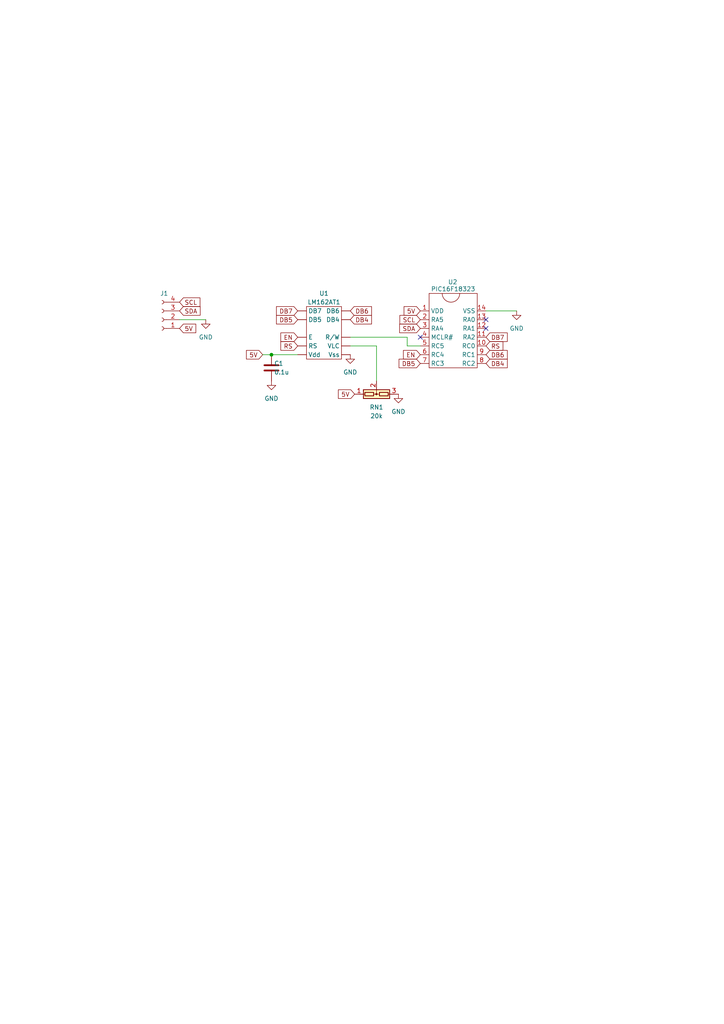
<source format=kicad_sch>
(kicad_sch (version 20231120) (generator "eeschema") (generator_version "8.0")
  (paper "A4" portrait)
  (lib_symbols
    (symbol "0Ore:LM162AT1"
      (property "Reference" "U" (at 0 0 0))
      (symbol "LM162AT1_0_1"
        (rectangle (start 5.08 16.51) (end -5.08 1.27))
      )
      (symbol "LM162AT1_1_1"
        (pin input line (at 7.62 12.7 180) (length 2.54) (name "DB4") (number ""))
        (pin input line (at -7.62 12.7 0) (length 2.54) (name "DB5") (number ""))
        (pin input line (at 7.62 15.24 180) (length 2.54) (name "DB6") (number ""))
        (pin input line (at -7.62 15.24 0) (length 2.54) (name "DB7") (number ""))
        (pin input line (at -7.62 7.62 0) (length 2.54) (name "E") (number ""))
        (pin input line (at 7.62 7.62 180) (length 2.54) (name "R/W") (number ""))
        (pin input line (at -7.62 5.08 0) (length 2.54) (name "RS") (number ""))
        (pin input line (at 7.62 5.08 180) (length 2.54) (name "VLC") (number ""))
        (pin input line (at -7.62 2.54 0) (length 2.54) (name "Vdd") (number ""))
        (pin input line (at 7.62 2.54 180) (length 2.54) (name "Vss") (number ""))
      )
    )
    (symbol "0Ore:PIC16F18323"
      (property "Reference" "U" (at 0 0 0))
      (symbol "PIC16F18323_0_1"
        (rectangle (start -7.62 22.86) (end 6.35 1.27))
        (arc (start -3.81 22.86) (mid -3.0661 21.0639) (end -1.27 20.32))
        (arc (start -1.27 20.32) (mid 0.5261 21.0639) (end 1.27 22.86))
      )
      (symbol "PIC16F18323_1_1"
        (pin output line (at -10.16 17.78 0) (length 2.54) (name "VDD") (number "1"))
        (pin bidirectional line (at 8.89 7.62 180) (length 2.54) (name "RC0") (number "10"))
        (pin output line (at 8.89 10.16 180) (length 2.54) (name "RA2") (number "11"))
        (pin bidirectional line (at 8.89 12.7 180) (length 2.54) (name "RA1") (number "12"))
        (pin bidirectional line (at 8.89 15.24 180) (length 2.54) (name "RA0") (number "13"))
        (pin output line (at 8.89 17.78 180) (length 2.54) (name "VSS") (number "14"))
        (pin bidirectional line (at -10.16 15.24 0) (length 2.54) (name "RA5") (number "2"))
        (pin bidirectional line (at -10.16 12.7 0) (length 2.54) (name "RA4") (number "3"))
        (pin input line (at -10.16 10.16 0) (length 2.54) (name "MCLR#") (number "4"))
        (pin bidirectional line (at -10.16 7.62 0) (length 2.54) (name "RC5") (number "5"))
        (pin bidirectional line (at -10.16 5.08 0) (length 2.54) (name "RC4") (number "6"))
        (pin bidirectional line (at -10.16 2.54 0) (length 2.54) (name "RC3") (number "7"))
        (pin bidirectional line (at 8.89 2.54 180) (length 2.54) (name "RC2") (number "8"))
        (pin bidirectional line (at 8.89 5.08 180) (length 2.54) (name "RC1") (number "9"))
      )
    )
    (symbol "Connector:Conn_01x04_Socket" (pin_names (offset 1.016) hide)
      (property "Reference" "J" (at 0 5.08 0))
      (property "Value" "Conn_01x04_Socket" (at 0 -7.62 0))
      (symbol "Conn_01x04_Socket_1_1"
        (arc (start 0 -4.572) (mid -0.5058 -5.08) (end 0 -5.588) (stroke (width 0.1524)))
        (arc (start 0 -2.032) (mid -0.5058 -2.54) (end 0 -3.048) (stroke (width 0.1524)))
        (polyline (pts (xy -1.27 -5.08) (xy -0.508 -5.08)) (stroke (width 0.1524)))
        (polyline (pts (xy -1.27 -2.54) (xy -0.508 -2.54)) (stroke (width 0.1524)))
        (polyline (pts (xy -1.27 0) (xy -0.508 0)) (stroke (width 0.1524)))
        (polyline (pts (xy -1.27 2.54) (xy -0.508 2.54)) (stroke (width 0.1524)))
        (arc (start 0 0.508) (mid -0.5058 0) (end 0 -0.508) (stroke (width 0.1524)))
        (arc (start 0 3.048) (mid -0.5058 2.54) (end 0 2.032) (stroke (width 0.1524)))
        (pin passive line (at -5.08 2.54 0) (length 3.81) (name "Pin_1") (number "1"))
        (pin passive line (at -5.08 0 0) (length 3.81) (name "Pin_2") (number "2"))
        (pin passive line (at -5.08 -2.54 0) (length 3.81) (name "Pin_3") (number "3"))
        (pin passive line (at -5.08 -5.08 0) (length 3.81) (name "Pin_4") (number "4"))
      )
    )
    (symbol "Device:C" (pin_numbers hide) (pin_names (offset 0.254))
      (property "Reference" "C" (at 0.635 2.54 0))
      (property "Value" "C" (at 0.635 -2.54 0))
      (symbol "C_0_1"
        (polyline (pts (xy -2.032 -0.762) (xy 2.032 -0.762)) (stroke (width 0.508)))
        (polyline (pts (xy -2.032 0.762) (xy 2.032 0.762)) (stroke (width 0.508)))
      )
      (symbol "C_1_1"
        (pin passive line (at 0 3.81 270) (length 2.794) (name "~") (number "1"))
        (pin passive line (at 0 -3.81 90) (length 2.794) (name "~") (number "2"))
      )
    )
    (symbol "Device:VoltageDivider" (pin_names (offset 0) hide)
      (property "Reference" "RN" (at -4.445 0 90))
      (property "Value" "VoltageDivider" (at -2.54 0 90))
      (symbol "VoltageDivider_0_1"
        (rectangle (start -1.27 -3.81) (end 1.27 3.81) (stroke (width 0.254)) (fill (type background)))
        (rectangle (start -0.508 -3.3782) (end 0.508 -0.8382) (stroke (width 0.254)))
        (rectangle (start -0.508 3.3782) (end 0.508 0.8382) (stroke (width 0.254)))
        (polyline (pts (xy 0 -5.08) (xy 0 -3.429)))
        (polyline (pts (xy 0 0.889) (xy 0 -0.889)))
        (polyline (pts (xy 0 5.08) (xy 0 3.3782)))
        (polyline (pts (xy 1.27 0) (xy 0 0)))
        (circle (center 0 0.0254) (radius 0.254) (fill (type outline)))
      )
      (symbol "VoltageDivider_1_1"
        (pin passive line (at 0 6.35 270) (length 2.54) (name "~") (number "1"))
        (pin passive line (at 3.81 0 180) (length 2.54) (name "~") (number "2"))
        (pin passive line (at 0 -6.35 90) (length 2.54) (name "~") (number "3"))
      )
    )
    (symbol "power:GND" (power) (pin_numbers hide) (pin_names (offset 0) hide)
      (property "Value" "GND" (at 0 -3.81 0))
      (symbol "GND_0_1"
        (polyline (pts (xy 0 0) (xy 0 -1.27) (xy 1.27 -1.27) (xy 0 -2.54) (xy -1.27 -1.27) (xy 0 -1.27)))
      )
      (symbol "GND_1_1"
        (pin power_in line (at 0 0 270) (length 0) (name "~") (number "1"))
      )
    )
  )
  (junction (at 78.74 102.87))
  (no_connect (at 140.97 95.25))
  (no_connect (at 121.92 97.79))
  (no_connect (at 140.97 92.71))
  (wire (pts (xy 76.2 102.87) (xy 78.74 102.87)))
  (wire (pts (xy 118.11 100.33) (xy 121.92 100.33)))
  (wire (pts (xy 52.07 92.71) (xy 59.69 92.71)))
  (wire (pts (xy 78.74 102.87) (xy 86.36 102.87)))
  (wire (pts (xy 140.97 90.17) (xy 149.86 90.17)))
  (wire (pts (xy 109.22 100.33) (xy 109.22 110.49)))
  (wire (pts (xy 118.11 97.79) (xy 118.11 100.33)))
  (wire (pts (xy 101.6 97.79) (xy 118.11 97.79)))
  (wire (pts (xy 101.6 100.33) (xy 109.22 100.33)))
  (global_label "DB7" (shape input) (at 140.97 97.79 0) (property "Intersheetrefs" "${INTERSHEET_REFS}" (effects (hide yes))))
  (global_label "EN" (shape input) (at 86.36 97.79 180) (property "Intersheetrefs" "${INTERSHEET_REFS}" (effects (hide yes))))
  (global_label "DB7" (shape input) (at 86.36 90.17 180) (property "Intersheetrefs" "${INTERSHEET_REFS}" (effects (hide yes))))
  (global_label "5V" (shape input) (at 76.2 102.87 180) (property "Intersheetrefs" "${INTERSHEET_REFS}" (effects (hide yes))))
  (global_label "SDA" (shape input) (at 121.92 95.25 180) (property "Intersheetrefs" "${INTERSHEET_REFS}" (effects (hide yes))))
  (global_label "EN" (shape input) (at 121.92 102.87 180) (property "Intersheetrefs" "${INTERSHEET_REFS}" (effects (hide yes))))
  (global_label "DB5" (shape input) (at 86.36 92.71 180) (property "Intersheetrefs" "${INTERSHEET_REFS}" (effects (hide yes))))
  (global_label "RS" (shape input) (at 140.97 100.33 0) (property "Intersheetrefs" "${INTERSHEET_REFS}" (effects (hide yes))))
  (global_label "DB4" (shape input) (at 101.6 92.71 0) (property "Intersheetrefs" "${INTERSHEET_REFS}" (effects (hide yes))))
  (global_label "DB6" (shape input) (at 140.97 102.87 0) (property "Intersheetrefs" "${INTERSHEET_REFS}" (effects (hide yes))))
  (global_label "DB5" (shape input) (at 121.92 105.41 180) (property "Intersheetrefs" "${INTERSHEET_REFS}" (effects (hide yes))))
  (global_label "SCL" (shape input) (at 121.92 92.71 180) (property "Intersheetrefs" "${INTERSHEET_REFS}" (effects (hide yes))))
  (global_label "SDA" (shape input) (at 52.07 90.17 0) (property "Intersheetrefs" "${INTERSHEET_REFS}" (effects (hide yes))))
  (global_label "RS" (shape input) (at 86.36 100.33 180) (property "Intersheetrefs" "${INTERSHEET_REFS}" (effects (hide yes))))
  (global_label "DB6" (shape input) (at 101.6 90.17 0) (property "Intersheetrefs" "${INTERSHEET_REFS}" (effects (hide yes))))
  (global_label "5V" (shape input) (at 52.07 95.25 0) (property "Intersheetrefs" "${INTERSHEET_REFS}" (effects (hide yes))))
  (global_label "SCL" (shape input) (at 52.07 87.63 0) (property "Intersheetrefs" "${INTERSHEET_REFS}" (effects (hide yes))))
  (global_label "5V" (shape input) (at 102.87 114.3 180) (property "Intersheetrefs" "${INTERSHEET_REFS}" (effects (hide yes))))
  (global_label "DB4" (shape input) (at 140.97 105.41 0) (property "Intersheetrefs" "${INTERSHEET_REFS}" (effects (hide yes))))
  (global_label "5V" (shape input) (at 121.92 90.17 180) (property "Intersheetrefs" "${INTERSHEET_REFS}" (effects (hide yes))))
  (symbol (lib_id "power:GND") (at 149.86 90.17 0) (unit 1)
    (property "Reference" "#PWR01" (effects (hide yes)))
    (property "Value" "GND" (at 149.86 95.25 0))
    (property "Description" "Power symbol creates a global label with name \"GND\" , ground" (effects (hide yes)))
  )
  (symbol (lib_id "0Ore:LM162AT1") (at 93.98 105.41 0) (unit 1)
    (property "Reference" "U1" (at 93.98 85.09 0))
    (property "Value" "LM162AT1" (at 93.98 87.63 0))
  )
  (symbol (lib_id "Connector:Conn_01x04_Socket") (at 46.99 92.71 180) (unit 1)
    (property "Reference" "J1" (at 47.625 85.09 0))
    (property "Value" "Conn_01x04_Socket" (effects (hide yes)))
    (property "Description" "Generic connector, single row, 01x04, script generated" (effects (hide yes)))
  )
  (symbol (lib_id "Device:C") (at 78.74 106.68 0) (unit 1)
    (property "Reference" "C1" (at 79.502 105.41 0) (effects (justify left)))
    (property "Value" "0.1u" (at 79.502 107.95 0) (effects (justify left)))
    (property "Description" "Unpolarized capacitor" (effects (hide yes)))
  )
  (symbol (lib_id "0Ore:PIC16F18323") (at 132.08 107.95 0) (unit 1)
    (property "Reference" "U2" (at 131.318 81.788 0))
    (property "Value" "PIC16F18323" (at 131.445 83.82 0))
  )
  (symbol (lib_id "power:GND") (at 59.69 92.71 0) (unit 1)
    (property "Reference" "#PWR03" (effects (hide yes)))
    (property "Value" "GND" (at 59.69 97.79 0))
    (property "Description" "Power symbol creates a global label with name \"GND\" , ground" (effects (hide yes)))
  )
  (symbol (lib_id "Device:VoltageDivider") (at 109.22 114.3 90) (unit 1)
    (property "Reference" "RN1" (at 109.22 118.11 90))
    (property "Value" "20k" (at 109.22 120.65 90))
    (property "Description" "Voltage divider" (effects (hide yes)))
  )
  (symbol (lib_id "power:GND") (at 78.74 110.49 0) (unit 1)
    (property "Reference" "#PWR04" (effects (hide yes)))
    (property "Value" "GND" (at 78.74 115.57 0))
    (property "Description" "Power symbol creates a global label with name \"GND\" , ground" (effects (hide yes)))
  )
  (symbol (lib_id "power:GND") (at 101.6 102.87 0) (unit 1)
    (property "Reference" "#PWR02" (effects (hide yes)))
    (property "Value" "GND" (at 101.6 107.95 0))
    (property "Description" "Power symbol creates a global label with name \"GND\" , ground" (effects (hide yes)))
  )
  (symbol (lib_id "power:GND") (at 115.57 114.3 0) (unit 1)
    (property "Reference" "#PWR05" (effects (hide yes)))
    (property "Value" "GND" (at 115.57 119.38 0))
    (property "Description" "Power symbol creates a global label with name \"GND\" , ground" (effects (hide yes)))
  )
)
</source>
